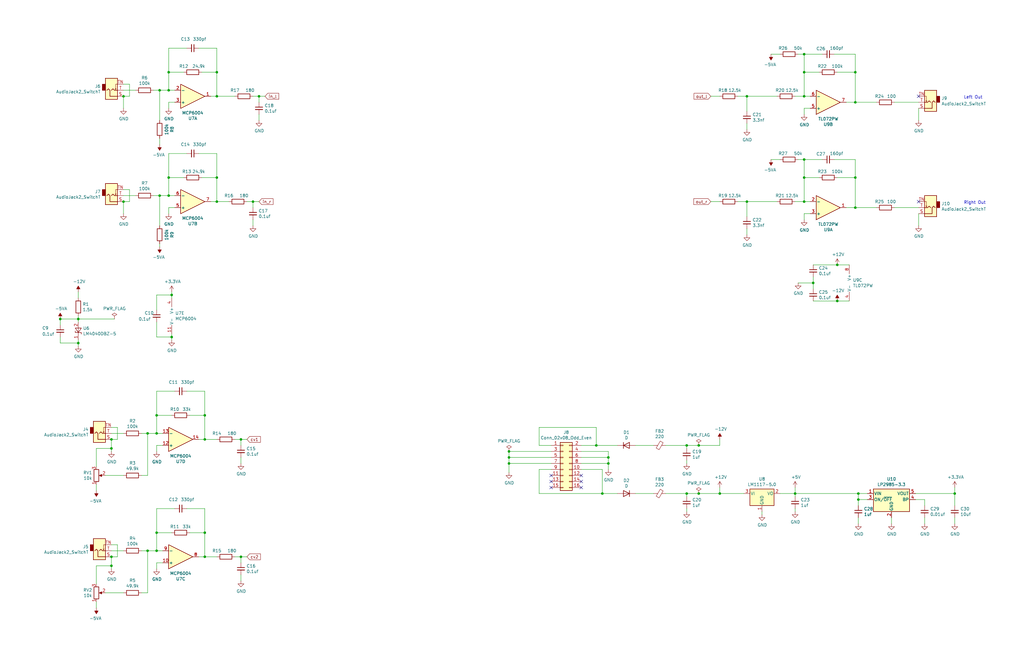
<source format=kicad_sch>
(kicad_sch (version 20231120) (generator "eeschema") (generator_version "8.0")
  (paper "B")
  (title_block (title "up5k Oscillator Euro ") (date "2021-03-27") (rev "-"))
  (lib_symbols
    (symbol "Amplifier_Operational:MCP6004" (pin_names (offset 0.127))
      (property "Reference" "U" (at 0 5.08 0))
      (property "Value" "MCP6004" (at 0 -5.08 0))
      (symbol "MCP6004_1_1"
        (pin output line (at 7.62 0 180) (length 2.54) (name "~") (number "1"))
        (pin input line (at -7.62 -2.54 0) (length 2.54) (name "-") (number "2"))
        (pin input line (at -7.62 2.54 0) (length 2.54) (name "+") (number "3"))
      )
      (symbol "MCP6004_2_1"
        (pin input line (at -7.62 2.54 0) (length 2.54) (name "+") (number "5"))
        (pin input line (at -7.62 -2.54 0) (length 2.54) (name "-") (number "6"))
        (pin output line (at 7.62 0 180) (length 2.54) (name "~") (number "7"))
      )
      (symbol "MCP6004_3_1"
        (pin input line (at -7.62 2.54 0) (length 2.54) (name "+") (number "10"))
        (pin output line (at 7.62 0 180) (length 2.54) (name "~") (number "8"))
        (pin input line (at -7.62 -2.54 0) (length 2.54) (name "-") (number "9"))
      )
      (symbol "MCP6004_4_1"
        (pin input line (at -7.62 2.54 0) (length 2.54) (name "+") (number "12"))
        (pin input line (at -7.62 -2.54 0) (length 2.54) (name "-") (number "13"))
        (pin output line (at 7.62 0 180) (length 2.54) (name "~") (number "14"))
      )
      (symbol "MCP6004_5_1"
        (pin power_in line (at -2.54 -7.62 90) (length 3.81) (name "V-") (number "11"))
        (pin power_in line (at -2.54 7.62 270) (length 3.81) (name "V+") (number "4"))
      )
    )
    (symbol "Amplifier_Operational:TL082" (pin_names (offset 0.127))
      (property "Reference" "U" (at 0 5.08 0))
      (property "Value" "TL082" (at 0 -5.08 0))
      (symbol "TL082_1_1"
        (pin output line (at 7.62 0 180) (length 2.54) (name "~") (number "1"))
        (pin input line (at -7.62 -2.54 0) (length 2.54) (name "-") (number "2"))
        (pin input line (at -7.62 2.54 0) (length 2.54) (name "+") (number "3"))
      )
      (symbol "TL082_2_1"
        (pin input line (at -7.62 2.54 0) (length 2.54) (name "+") (number "5"))
        (pin input line (at -7.62 -2.54 0) (length 2.54) (name "-") (number "6"))
        (pin output line (at 7.62 0 180) (length 2.54) (name "~") (number "7"))
      )
      (symbol "TL082_3_1"
        (pin power_in line (at -2.54 -7.62 90) (length 3.81) (name "V-") (number "4"))
        (pin power_in line (at -2.54 7.62 270) (length 3.81) (name "V+") (number "8"))
      )
    )
    (symbol "Connector:AudioJack2_SwitchT"
      (property "Reference" "J" (at 0 8.89 0))
      (property "Value" "AudioJack2_SwitchT" (at 0 6.35 0))
      (symbol "AudioJack2_SwitchT_1_1"
        (pin passive line (at 5.08 2.54 180) (length 2.54) (name "~") (number "S"))
        (pin passive line (at 5.08 0 180) (length 2.54) (name "~") (number "T"))
        (pin passive line (at 5.08 -2.54 180) (length 2.54) (name "~") (number "TN"))
      )
    )
    (symbol "Connector_Generic:Conn_02x08_Odd_Even" (pin_names (offset 1.016) hide)
      (property "Reference" "J" (at 1.27 10.16 0))
      (property "Value" "Conn_02x08_Odd_Even" (at 1.27 -12.7 0))
      (symbol "Conn_02x08_Odd_Even_1_1"
        (pin passive line (at -5.08 7.62 0) (length 3.81) (name "Pin_1") (number "1"))
        (pin passive line (at 7.62 -2.54 180) (length 3.81) (name "Pin_10") (number "10"))
        (pin passive line (at -5.08 -5.08 0) (length 3.81) (name "Pin_11") (number "11"))
        (pin passive line (at 7.62 -5.08 180) (length 3.81) (name "Pin_12") (number "12"))
        (pin passive line (at -5.08 -7.62 0) (length 3.81) (name "Pin_13") (number "13"))
        (pin passive line (at 7.62 -7.62 180) (length 3.81) (name "Pin_14") (number "14"))
        (pin passive line (at -5.08 -10.16 0) (length 3.81) (name "Pin_15") (number "15"))
        (pin passive line (at 7.62 -10.16 180) (length 3.81) (name "Pin_16") (number "16"))
        (pin passive line (at 7.62 7.62 180) (length 3.81) (name "Pin_2") (number "2"))
        (pin passive line (at -5.08 5.08 0) (length 3.81) (name "Pin_3") (number "3"))
        (pin passive line (at 7.62 5.08 180) (length 3.81) (name "Pin_4") (number "4"))
        (pin passive line (at -5.08 2.54 0) (length 3.81) (name "Pin_5") (number "5"))
        (pin passive line (at 7.62 2.54 180) (length 3.81) (name "Pin_6") (number "6"))
        (pin passive line (at -5.08 0 0) (length 3.81) (name "Pin_7") (number "7"))
        (pin passive line (at 7.62 0 180) (length 3.81) (name "Pin_8") (number "8"))
        (pin passive line (at -5.08 -2.54 0) (length 3.81) (name "Pin_9") (number "9"))
      )
    )
    (symbol "Device:C_Small" (pin_numbers hide) (pin_names (offset 0.254) hide)
      (property "Reference" "C" (at 0.254 1.778 0))
      (property "Value" "C_Small" (at 0.254 -2.032 0))
      (symbol "C_Small_1_1"
        (pin passive line (at 0 2.54 270) (length 2.032) (name "~") (number "1"))
        (pin passive line (at 0 -2.54 90) (length 2.032) (name "~") (number "2"))
      )
    )
    (symbol "Device:D" (pin_numbers hide) (pin_names (offset 1.016) hide)
      (property "Reference" "D" (at 0 2.54 0))
      (property "Value" "D" (at 0 -2.54 0))
      (symbol "D_1_1"
        (pin passive line (at -3.81 0 0) (length 2.54) (name "K") (number "1"))
        (pin passive line (at 3.81 0 180) (length 2.54) (name "A") (number "2"))
      )
    )
    (symbol "Device:R" (pin_numbers hide) (pin_names (offset 0))
      (property "Reference" "R" (at 2.032 0 90))
      (property "Value" "R" (at 0 0 90))
      (symbol "R_1_1"
        (pin passive line (at 0 3.81 270) (length 1.27) (name "~") (number "1"))
        (pin passive line (at 0 -3.81 90) (length 1.27) (name "~") (number "2"))
      )
    )
    (symbol "Reference_Voltage:LM4040DBZ-5" (pin_names (offset 0.0254) hide)
      (property "Reference" "U" (at 0 2.54 0))
      (property "Value" "LM4040DBZ-5" (at 0 -3.175 0))
      (symbol "LM4040DBZ-5_1_1"
        (pin passive line (at 3.81 0 180) (length 2.54) (name "K") (number "1"))
        (pin passive line (at -3.81 0 0) (length 2.54) (name "A") (number "2"))
      )
    )
    (symbol "Regulator_Linear:LM1117-5.0" (pin_names (offset 0.254))
      (property "Reference" "U" (at -3.81 3.175 0))
      (property "Value" "LM1117-5.0" (at 0 3.175 0))
      (symbol "LM1117-5.0_1_1"
        (pin power_in line (at 0 -7.62 90) (length 2.54) (name "GND") (number "1"))
        (pin power_out line (at 7.62 0 180) (length 2.54) (name "VO") (number "2"))
        (pin power_in line (at -7.62 0 0) (length 2.54) (name "VI") (number "3"))
      )
    )
    (symbol "Regulator_Linear:LP2985-3.3" (pin_names (offset 0.254))
      (property "Reference" "U" (at -6.35 5.715 0))
      (property "Value" "LP2985-3.3" (at 0 5.715 0))
      (symbol "LP2985-3.3_1_1"
        (pin power_in line (at -10.16 2.54 0) (length 2.54) (name "VIN") (number "1"))
        (pin power_in line (at 0 -7.62 90) (length 2.54) (name "GND") (number "2"))
        (pin input line (at -10.16 0 0) (length 2.54) (name "ON/~{OFF}") (number "3"))
        (pin input line (at 10.16 0 180) (length 2.54) (name "BP") (number "4"))
        (pin power_out line (at 10.16 2.54 180) (length 2.54) (name "VOUT") (number "5"))
      )
    )
    (symbol "g081_audio-rescue:Ferrite_Bead_Small-Device" (pin_numbers hide) (pin_names (offset 0))
      (property "Reference" "FB" (at 1.905 1.27 0))
      (property "Value" "Ferrite_Bead_Small-Device" (at 1.905 -1.27 0))
      (symbol "Ferrite_Bead_Small-Device_1_1"
        (pin passive line (at 0 2.54 270) (length 1.27) (name "~") (number "1"))
        (pin passive line (at 0 -2.54 90) (length 1.27) (name "~") (number "2"))
      )
    )
    (symbol "g081_audio-rescue:R_POT-Device" (pin_names (offset 1.016) hide)
      (property "Reference" "RV" (at -4.445 0 90))
      (property "Value" "R_POT-Device" (at -2.54 0 90))
      (symbol "R_POT-Device_1_1"
        (pin passive line (at 0 3.81 270) (length 1.27) (name "1") (number "1"))
        (pin passive line (at 3.81 0 180) (length 1.27) (name "2") (number "2"))
        (pin passive line (at 0 -3.81 90) (length 1.27) (name "3") (number "3"))
      )
    )
    (symbol "power:+12V" (power) (pin_names (offset 0))
      (property "Value" "+12V" (at 0 3.556 0))
      (symbol "+12V_1_1"
        (pin power_in line (at 0 0 90) (length 0) hide (name "+12V") (number "1"))
      )
    )
    (symbol "power:+3.3VA" (power) (pin_names (offset 0))
      (property "Value" "+3.3VA" (at 0 3.556 0))
      (symbol "+3.3VA_1_1"
        (pin power_in line (at 0 0 90) (length 0) hide (name "+3.3VA") (number "1"))
      )
    )
    (symbol "power:+5V" (power) (pin_names (offset 0))
      (property "Value" "+5V" (at 0 3.556 0))
      (symbol "+5V_1_1"
        (pin power_in line (at 0 0 90) (length 0) hide (name "+5V") (number "1"))
      )
    )
    (symbol "power:-12V" (power) (pin_names (offset 0))
      (property "Value" "-12V" (at 0 3.81 0))
      (symbol "-12V_0_0"
        (pin power_in line (at 0 0 90) (length 0) hide (name "-12V") (number "1"))
      )
    )
    (symbol "power:-5VA" (power) (pin_names (offset 0))
      (property "Value" "-5VA" (at 0 3.81 0))
      (symbol "-5VA_0_0"
        (pin power_in line (at 0 0 90) (length 0) hide (name "-5VA") (number "1"))
      )
    )
    (symbol "power:GND" (power) (pin_names (offset 0))
      (property "Value" "GND" (at 0 -3.81 0))
      (symbol "GND_1_1"
        (pin power_in line (at 0 0 270) (length 0) hide (name "GND") (number "1"))
      )
    )
    (symbol "power:PWR_FLAG" (power) (pin_numbers hide) (pin_names (offset 0) hide)
      (property "Value" "PWR_FLAG" (at 0 3.81 0))
      (symbol "PWR_FLAG_0_0"
        (pin power_out line (at 0 0 90) (length 0) (name "pwr") (number "1"))
      )
    )
  )
  (junction (at 353.06 111.76))
  (junction (at 62.23 232.41))
  (junction (at 342.9 119.38))
  (junction (at 71.12 74.93))
  (junction (at 214.63 190.5))
  (junction (at 46.99 234.95))
  (junction (at 402.59 208.28))
  (junction (at 66.04 224.79))
  (junction (at 52.07 40.64))
  (junction (at 339.09 85.09))
  (junction (at 101.6 234.95))
  (junction (at 71.12 30.48))
  (junction (at 339.09 67.31))
  (junction (at 62.23 182.88))
  (junction (at 256.54 195.58))
  (junction (at 33.02 134.62))
  (junction (at 314.96 40.64))
  (junction (at 66.04 232.41))
  (junction (at 360.68 43.18))
  (junction (at 360.68 87.63))
  (junction (at 314.96 85.09))
  (junction (at 46.99 189.23))
  (junction (at 294.64 208.28))
  (junction (at 86.36 224.79))
  (junction (at 86.36 234.95))
  (junction (at 251.46 187.96))
  (junction (at 361.95 210.82))
  (junction (at 86.36 175.26))
  (junction (at 256.54 193.04))
  (junction (at 86.36 185.42))
  (junction (at 109.22 40.64))
  (junction (at 66.04 182.88))
  (junction (at 91.44 74.93))
  (junction (at 339.09 74.93))
  (junction (at 353.06 127))
  (junction (at 33.02 144.78))
  (junction (at 360.68 74.93))
  (junction (at 67.31 38.1))
  (junction (at 214.63 193.04))
  (junction (at 91.44 85.09))
  (junction (at 289.56 187.96))
  (junction (at 339.09 30.48))
  (junction (at 71.12 82.55))
  (junction (at 294.64 187.96))
  (junction (at 106.68 85.09))
  (junction (at 289.56 208.28))
  (junction (at 72.39 142.24))
  (junction (at 214.63 195.58))
  (junction (at 91.44 30.48))
  (junction (at 303.53 208.28))
  (junction (at 361.95 208.28))
  (junction (at 46.99 238.76))
  (junction (at 72.39 124.46))
  (junction (at 71.12 38.1))
  (junction (at 360.68 30.48))
  (junction (at 66.04 175.26))
  (junction (at 335.28 208.28))
  (junction (at 339.09 22.86))
  (junction (at 91.44 40.64))
  (junction (at 67.31 82.55))
  (junction (at 52.07 85.09))
  (junction (at 25.4 134.62))
  (junction (at 254 208.28))
  (junction (at 46.99 185.42))
  (junction (at 339.09 40.64))
  (junction (at 101.6 185.42))
  (no_connect (at 245.11 203.2))
  (no_connect (at 387.35 40.64))
  (no_connect (at 387.35 85.09))
  (no_connect (at 232.41 200.66))
  (no_connect (at 245.11 200.66))
  (no_connect (at 232.41 203.2))
  (no_connect (at 232.41 205.74))
  (no_connect (at 245.11 205.74))
  (wire (pts (xy 339.09 45.72) (xy 341.63 45.72)))
  (wire (pts (xy 361.95 208.28) (xy 365.76 208.28)))
  (wire (pts (xy 214.63 195.58) (xy 214.63 199.39)))
  (wire (pts (xy 44.45 250.19) (xy 52.07 250.19)))
  (wire (pts (xy 289.56 215.9) (xy 289.56 214.63)))
  (wire (pts (xy 335.28 214.63) (xy 335.28 215.9)))
  (wire (pts (xy 303.53 208.28) (xy 313.69 208.28)))
  (wire (pts (xy 311.15 40.64) (xy 314.96 40.64)))
  (wire (pts (xy 33.02 125.73) (xy 33.02 123.19)))
  (wire (pts (xy 64.77 38.1) (xy 67.31 38.1)))
  (wire (pts (xy 360.68 87.63) (xy 356.87 87.63)))
  (wire (pts (xy 68.58 237.49) (xy 66.04 237.49)))
  (wire (pts (xy 232.41 195.58) (xy 214.63 195.58)))
  (wire (pts (xy 335.28 208.28) (xy 335.28 205.74)))
  (wire (pts (xy 101.6 185.42) (xy 101.6 187.96)))
  (wire (pts (xy 303.53 208.28) (xy 303.53 205.74)))
  (wire (pts (xy 46.99 234.95) (xy 46.99 238.76)))
  (wire (pts (xy 25.4 142.24) (xy 25.4 144.78)))
  (wire (pts (xy 40.64 238.76) (xy 40.64 246.38)))
  (wire (pts (xy 33.02 134.62) (xy 33.02 133.35)))
  (wire (pts (xy 67.31 38.1) (xy 71.12 38.1)))
  (wire (pts (xy 83.82 64.77) (xy 91.44 64.77)))
  (wire (pts (xy 91.44 20.32) (xy 91.44 30.48)))
  (wire (pts (xy 245.11 195.58) (xy 256.54 195.58)))
  (wire (pts (xy 106.68 85.09) (xy 106.68 87.63)))
  (wire (pts (xy 254 208.28) (xy 254 198.12)))
  (wire (pts (xy 80.01 224.79) (xy 86.36 224.79)))
  (wire (pts (xy 71.12 74.93) (xy 71.12 82.55)))
  (wire (pts (xy 227.33 180.34) (xy 251.46 180.34)))
  (wire (pts (xy 85.09 74.93) (xy 91.44 74.93)))
  (wire (pts (xy 86.36 214.63) (xy 86.36 224.79)))
  (wire (pts (xy 67.31 95.25) (xy 67.31 82.55)))
  (wire (pts (xy 299.72 40.64) (xy 303.53 40.64)))
  (wire (pts (xy 335.28 208.28) (xy 335.28 209.55)))
  (wire (pts (xy 80.01 175.26) (xy 86.36 175.26)))
  (wire (pts (xy 101.6 185.42) (xy 104.14 185.42)))
  (wire (pts (xy 328.93 67.31) (xy 325.12 67.31)))
  (wire (pts (xy 314.96 96.52) (xy 314.96 99.06)))
  (wire (pts (xy 49.53 234.95) (xy 46.99 234.95)))
  (wire (pts (xy 402.59 218.44) (xy 402.59 220.98)))
  (wire (pts (xy 377.19 43.18) (xy 387.35 43.18)))
  (wire (pts (xy 52.07 80.01) (xy 54.61 80.01)))
  (wire (pts (xy 232.41 198.12) (xy 227.33 198.12)))
  (wire (pts (xy 77.47 30.48) (xy 71.12 30.48)))
  (wire (pts (xy 78.74 20.32) (xy 71.12 20.32)))
  (wire (pts (xy 62.23 232.41) (xy 66.04 232.41)))
  (wire (pts (xy 49.53 229.87) (xy 49.53 234.95)))
  (wire (pts (xy 86.36 234.95) (xy 91.44 234.95)))
  (wire (pts (xy 59.69 182.88) (xy 62.23 182.88)))
  (wire (pts (xy 289.56 187.96) (xy 294.64 187.96)))
  (wire (pts (xy 389.89 210.82) (xy 389.89 213.36)))
  (wire (pts (xy 66.04 232.41) (xy 68.58 232.41)))
  (wire (pts (xy 339.09 90.17) (xy 341.63 90.17)))
  (wire (pts (xy 71.12 64.77) (xy 71.12 74.93)))
  (wire (pts (xy 360.68 22.86) (xy 360.68 30.48)))
  (wire (pts (xy 78.74 214.63) (xy 86.36 214.63)))
  (wire (pts (xy 54.61 85.09) (xy 52.07 85.09)))
  (wire (pts (xy 104.14 85.09) (xy 106.68 85.09)))
  (wire (pts (xy 66.04 214.63) (xy 66.04 224.79)))
  (wire (pts (xy 289.56 194.31) (xy 289.56 195.58)))
  (wire (pts (xy 72.39 142.24) (xy 72.39 140.97)))
  (wire (pts (xy 351.79 67.31) (xy 360.68 67.31)))
  (wire (pts (xy 91.44 85.09) (xy 96.52 85.09)))
  (wire (pts (xy 314.96 52.07) (xy 314.96 54.61)))
  (wire (pts (xy 46.99 185.42) (xy 46.99 189.23)))
  (wire (pts (xy 375.92 220.98) (xy 375.92 218.44)))
  (wire (pts (xy 346.71 67.31) (xy 339.09 67.31)))
  (wire (pts (xy 71.12 87.63) (xy 71.12 90.17)))
  (wire (pts (xy 91.44 30.48) (xy 91.44 40.64)))
  (wire (pts (xy 339.09 22.86) (xy 336.55 22.86)))
  (wire (pts (xy 46.99 232.41) (xy 52.07 232.41)))
  (wire (pts (xy 387.35 45.72) (xy 387.35 50.8)))
  (wire (pts (xy 66.04 224.79) (xy 66.04 232.41)))
  (wire (pts (xy 360.68 43.18) (xy 356.87 43.18)))
  (wire (pts (xy 377.19 87.63) (xy 387.35 87.63)))
  (wire (pts (xy 251.46 187.96) (xy 245.11 187.96)))
  (wire (pts (xy 25.4 137.16) (xy 25.4 134.62)))
  (wire (pts (xy 66.04 124.46) (xy 66.04 130.81)))
  (wire (pts (xy 72.39 224.79) (xy 66.04 224.79)))
  (wire (pts (xy 46.99 182.88) (xy 52.07 182.88)))
  (wire (pts (xy 106.68 95.25) (xy 106.68 92.71)))
  (wire (pts (xy 353.06 111.76) (xy 342.9 111.76)))
  (wire (pts (xy 245.11 193.04) (xy 256.54 193.04)))
  (wire (pts (xy 353.06 74.93) (xy 360.68 74.93)))
  (wire (pts (xy 86.36 185.42) (xy 91.44 185.42)))
  (wire (pts (xy 83.82 20.32) (xy 91.44 20.32)))
  (wire (pts (xy 245.11 198.12) (xy 254 198.12)))
  (wire (pts (xy 327.66 85.09) (xy 314.96 85.09)))
  (wire (pts (xy 294.64 187.96) (xy 303.53 187.96)))
  (wire (pts (xy 52.07 82.55) (xy 57.15 82.55)))
  (wire (pts (xy 66.04 142.24) (xy 66.04 135.89)))
  (wire (pts (xy 91.44 85.09) (xy 88.9 85.09)))
  (wire (pts (xy 351.79 22.86) (xy 360.68 22.86)))
  (wire (pts (xy 335.28 85.09) (xy 339.09 85.09)))
  (wire (pts (xy 54.61 40.64) (xy 52.07 40.64)))
  (wire (pts (xy 365.76 210.82) (xy 361.95 210.82)))
  (wire (pts (xy 46.99 238.76) (xy 46.99 240.03)))
  (wire (pts (xy 62.23 182.88) (xy 66.04 182.88)))
  (wire (pts (xy 314.96 40.64) (xy 314.96 46.99)))
  (wire (pts (xy 335.28 40.64) (xy 339.09 40.64)))
  (wire (pts (xy 360.68 87.63) (xy 369.57 87.63)))
  (wire (pts (xy 40.64 254) (xy 40.64 256.54)))
  (wire (pts (xy 59.69 250.19) (xy 62.23 250.19)))
  (wire (pts (xy 33.02 144.78) (xy 33.02 143.51)))
  (wire (pts (xy 251.46 180.34) (xy 251.46 187.96)))
  (wire (pts (xy 214.63 190.5) (xy 214.63 193.04)))
  (wire (pts (xy 251.46 187.96) (xy 260.35 187.96)))
  (wire (pts (xy 328.93 22.86) (xy 325.12 22.86)))
  (wire (pts (xy 227.33 208.28) (xy 254 208.28)))
  (wire (pts (xy 361.95 210.82) (xy 361.95 208.28)))
  (wire (pts (xy 85.09 30.48) (xy 91.44 30.48)))
  (wire (pts (xy 99.06 185.42) (xy 101.6 185.42)))
  (wire (pts (xy 256.54 190.5) (xy 256.54 193.04)))
  (wire (pts (xy 46.99 180.34) (xy 49.53 180.34)))
  (wire (pts (xy 99.06 234.95) (xy 101.6 234.95)))
  (wire (pts (xy 40.64 189.23) (xy 40.64 196.85)))
  (wire (pts (xy 71.12 38.1) (xy 73.66 38.1)))
  (wire (pts (xy 72.39 142.24) (xy 66.04 142.24)))
  (wire (pts (xy 260.35 208.28) (xy 254 208.28)))
  (wire (pts (xy 101.6 234.95) (xy 101.6 237.49)))
  (wire (pts (xy 360.68 30.48) (xy 360.68 43.18)))
  (wire (pts (xy 46.99 189.23) (xy 46.99 190.5)))
  (wire (pts (xy 71.12 43.18) (xy 71.12 45.72)))
  (wire (pts (xy 328.93 208.28) (xy 335.28 208.28)))
  (wire (pts (xy 67.31 50.8) (xy 67.31 38.1)))
  (wire (pts (xy 72.39 123.19) (xy 72.39 124.46)))
  (wire (pts (xy 71.12 20.32) (xy 71.12 30.48)))
  (wire (pts (xy 311.15 85.09) (xy 314.96 85.09)))
  (wire (pts (xy 327.66 40.64) (xy 314.96 40.64)))
  (wire (pts (xy 386.08 210.82) (xy 389.89 210.82)))
  (wire (pts (xy 78.74 165.1) (xy 86.36 165.1)))
  (wire (pts (xy 46.99 238.76) (xy 40.64 238.76)))
  (wire (pts (xy 44.45 200.66) (xy 52.07 200.66)))
  (wire (pts (xy 346.71 22.86) (xy 339.09 22.86)))
  (wire (pts (xy 71.12 30.48) (xy 71.12 38.1)))
  (wire (pts (xy 227.33 187.96) (xy 227.33 180.34)))
  (wire (pts (xy 86.36 165.1) (xy 86.36 175.26)))
  (wire (pts (xy 40.64 204.47) (xy 40.64 207.01)))
  (wire (pts (xy 62.23 200.66) (xy 62.23 182.88)))
  (wire (pts (xy 77.47 74.93) (xy 71.12 74.93)))
  (wire (pts (xy 280.67 208.28) (xy 289.56 208.28)))
  (wire (pts (xy 109.22 40.64) (xy 111.76 40.64)))
  (wire (pts (xy 86.36 224.79) (xy 86.36 234.95)))
  (wire (pts (xy 49.53 180.34) (xy 49.53 185.42)))
  (wire (pts (xy 66.04 182.88) (xy 68.58 182.88)))
  (wire (pts (xy 86.36 185.42) (xy 83.82 185.42)))
  (wire (pts (xy 339.09 67.31) (xy 339.09 74.93)))
  (wire (pts (xy 339.09 85.09) (xy 341.63 85.09)))
  (wire (pts (xy 402.59 208.28) (xy 402.59 213.36)))
  (wire (pts (xy 73.66 43.18) (xy 71.12 43.18)))
  (wire (pts (xy 289.56 208.28) (xy 294.64 208.28)))
  (wire (pts (xy 335.28 208.28) (xy 361.95 208.28)))
  (wire (pts (xy 62.23 250.19) (xy 62.23 232.41)))
  (wire (pts (xy 66.04 187.96) (xy 66.04 190.5)))
  (wire (pts (xy 72.39 143.51) (xy 72.39 142.24)))
  (wire (pts (xy 72.39 124.46) (xy 72.39 125.73)))
  (wire (pts (xy 86.36 175.26) (xy 86.36 185.42)))
  (wire (pts (xy 71.12 82.55) (xy 73.66 82.55)))
  (wire (pts (xy 73.66 87.63) (xy 71.12 87.63)))
  (wire (pts (xy 361.95 220.98) (xy 361.95 218.44)))
  (wire (pts (xy 345.44 30.48) (xy 339.09 30.48)))
  (wire (pts (xy 339.09 30.48) (xy 339.09 40.64)))
  (wire (pts (xy 342.9 116.84) (xy 342.9 119.38)))
  (wire (pts (xy 321.31 215.9) (xy 321.31 217.17)))
  (wire (pts (xy 353.06 30.48) (xy 360.68 30.48)))
  (wire (pts (xy 402.59 205.74) (xy 402.59 208.28)))
  (wire (pts (xy 59.69 200.66) (xy 62.23 200.66)))
  (wire (pts (xy 101.6 234.95) (xy 104.14 234.95)))
  (wire (pts (xy 245.11 190.5) (xy 256.54 190.5)))
  (wire (pts (xy 72.39 175.26) (xy 66.04 175.26)))
  (wire (pts (xy 339.09 22.86) (xy 339.09 30.48)))
  (wire (pts (xy 353.06 127) (xy 358.14 127)))
  (wire (pts (xy 303.53 187.96) (xy 303.53 185.42)))
  (wire (pts (xy 66.04 237.49) (xy 66.04 240.03)))
  (wire (pts (xy 339.09 90.17) (xy 339.09 92.71)))
  (wire (pts (xy 106.68 85.09) (xy 109.22 85.09)))
  (wire (pts (xy 389.89 218.44) (xy 389.89 220.98)))
  (wire (pts (xy 68.58 187.96) (xy 66.04 187.96)))
  (wire (pts (xy 52.07 35.56) (xy 54.61 35.56)))
  (wire (pts (xy 299.72 85.09) (xy 303.53 85.09)))
  (wire (pts (xy 214.63 193.04) (xy 214.63 195.58)))
  (wire (pts (xy 232.41 193.04) (xy 214.63 193.04)))
  (wire (pts (xy 67.31 82.55) (xy 71.12 82.55)))
  (wire (pts (xy 360.68 43.18) (xy 369.57 43.18)))
  (wire (pts (xy 73.66 214.63) (xy 66.04 214.63)))
  (wire (pts (xy 86.36 234.95) (xy 83.82 234.95)))
  (wire (pts (xy 78.74 64.77) (xy 71.12 64.77)))
  (wire (pts (xy 109.22 50.8) (xy 109.22 48.26)))
  (wire (pts (xy 91.44 40.64) (xy 99.06 40.64)))
  (wire (pts (xy 33.02 146.05) (xy 33.02 144.78)))
  (wire (pts (xy 358.14 111.76) (xy 353.06 111.76)))
  (wire (pts (xy 339.09 40.64) (xy 341.63 40.64)))
  (wire (pts (xy 49.53 185.42) (xy 46.99 185.42)))
  (wire (pts (xy 360.68 67.31) (xy 360.68 74.93)))
  (wire (pts (xy 360.68 74.93) (xy 360.68 87.63)))
  (wire (pts (xy 342.9 119.38) (xy 342.9 121.92)))
  (wire (pts (xy 59.69 232.41) (xy 62.23 232.41)))
  (wire (pts (xy 106.68 40.64) (xy 109.22 40.64)))
  (wire (pts (xy 72.39 124.46) (xy 66.04 124.46)))
  (wire (pts (xy 339.09 74.93) (xy 339.09 85.09)))
  (wire (pts (xy 91.44 64.77) (xy 91.44 74.93)))
  (wire (pts (xy 314.96 85.09) (xy 314.96 91.44)))
  (wire (pts (xy 256.54 193.04) (xy 256.54 195.58)))
  (wire (pts (xy 342.9 119.38) (xy 336.55 119.38)))
  (wire (pts (xy 101.6 245.11) (xy 101.6 242.57)))
  (wire (pts (xy 25.4 134.62) (xy 33.02 134.62)))
  (wire (pts (xy 91.44 74.93) (xy 91.44 85.09)))
  (wire (pts (xy 91.44 40.64) (xy 88.9 40.64)))
  (wire (pts (xy 33.02 135.89) (xy 33.02 134.62)))
  (wire (pts (xy 232.41 187.96) (xy 227.33 187.96)))
  (wire (pts (xy 73.66 165.1) (xy 66.04 165.1)))
  (wire (pts (xy 387.35 90.17) (xy 387.35 95.25)))
  (wire (pts (xy 256.54 195.58) (xy 256.54 198.12)))
  (wire (pts (xy 54.61 80.01) (xy 54.61 85.09)))
  (wire (pts (xy 52.07 40.64) (xy 52.07 45.72)))
  (wire (pts (xy 336.55 67.31) (xy 339.09 67.31)))
  (wire (pts (xy 52.07 38.1) (xy 57.15 38.1)))
  (wire (pts (xy 339.09 45.72) (xy 339.09 48.26)))
  (wire (pts (xy 267.97 187.96) (xy 275.59 187.96)))
  (wire (pts (xy 46.99 189.23) (xy 40.64 189.23)))
  (wire (pts (xy 52.07 85.09) (xy 52.07 90.17)))
  (wire (pts (xy 33.02 134.62) (xy 48.26 134.62)))
  (wire (pts (xy 345.44 74.93) (xy 339.09 74.93)))
  (wire (pts (xy 267.97 208.28) (xy 275.59 208.28)))
  (wire (pts (xy 361.95 213.36) (xy 361.95 210.82)))
  (wire (pts (xy 54.61 35.56) (xy 54.61 40.64)))
  (wire (pts (xy 67.31 104.14) (xy 67.31 102.87)))
  (wire (pts (xy 232.41 190.5) (xy 214.63 190.5)))
  (wire (pts (xy 289.56 187.96) (xy 289.56 189.23)))
  (wire (pts (xy 289.56 208.28) (xy 289.56 209.55)))
  (wire (pts (xy 101.6 195.58) (xy 101.6 193.04)))
  (wire (pts (xy 227.33 198.12) (xy 227.33 208.28)))
  (wire (pts (xy 109.22 40.64) (xy 109.22 43.18)))
  (wire (pts (xy 280.67 187.96) (xy 289.56 187.96)))
  (wire (pts (xy 386.08 208.28) (xy 402.59 208.28)))
  (wire (pts (xy 46.99 229.87) (xy 49.53 229.87)))
  (wire (pts (xy 25.4 144.78) (xy 33.02 144.78)))
  (wire (pts (xy 294.64 208.28) (xy 303.53 208.28)))
  (wire (pts (xy 342.9 127) (xy 353.06 127)))
  (wire (pts (xy 66.04 175.26) (xy 66.04 182.88)))
  (wire (pts (xy 67.31 60.96) (xy 67.31 58.42)))
  (wire (pts (xy 66.04 165.1) (xy 66.04 175.26)))
  (wire (pts (xy 64.77 82.55) (xy 67.31 82.55)))
  (text "Left Out" (at 406.4 41.91 0) (effects (font (size 1.27 1.27)) (justify left bottom)))
  (text "Right Out" (at 406.4 86.36 0) (effects (font (size 1.27 1.27)) (justify left bottom)))
  (global_label "in_l" (shape input) (at 111.76 40.64 0) (property "Intersheetrefs" "${INTERSHEET_REFS}" (effects (hide yes))))
  (global_label "cv2" (shape input) (at 104.14 234.95 0) (property "Intersheetrefs" "${INTERSHEET_REFS}" (effects (hide yes))))
  (global_label "in_r" (shape input) (at 109.22 85.09 0) (property "Intersheetrefs" "${INTERSHEET_REFS}" (effects (hide yes))))
  (global_label "cv1" (shape input) (at 104.14 185.42 0) (property "Intersheetrefs" "${INTERSHEET_REFS}" (effects (hide yes))))
  (global_label "out_l" (shape input) (at 299.72 40.64 180) (property "Intersheetrefs" "${INTERSHEET_REFS}" (effects (hide yes))))
  (global_label "out_r" (shape input) (at 299.72 85.09 180) (property "Intersheetrefs" "${INTERSHEET_REFS}" (effects (hide yes))))
  (symbol (lib_id "Regulator_Linear:LP2985-3.3") (at 375.92 210.82 0) (unit 1)
    (property "Reference" "U10" (at 375.92 202.1332 0))
    (property "Value" "LP2985-3.3" (at 375.92 204.4446 0))
    (property "Footprint" "Package_TO_SOT_SMD:SOT-23-5" (effects (hide yes)))
    (property "Datasheet" "http://www.ti.com/lit/ds/symlink/lp2985.pdf" (effects (hide yes)))
  )
  (symbol (lib_id "power:GND") (at 375.92 220.98 0) (unit 1)
    (property "Reference" "#PWR0132" (effects (hide yes)))
    (property "Value" "GND" (at 376.047 225.3742 0))
  )
  (symbol (lib_id "power:GND") (at 361.95 220.98 0) (unit 1)
    (property "Reference" "#PWR0133" (effects (hide yes)))
    (property "Value" "GND" (at 362.077 225.3742 0))
  )
  (symbol (lib_id "power:GND") (at 389.89 220.98 0) (unit 1)
    (property "Reference" "#PWR0134" (effects (hide yes)))
    (property "Value" "GND" (at 390.017 225.3742 0))
  )
  (symbol (lib_id "power:GND") (at 402.59 220.98 0) (unit 1)
    (property "Reference" "#PWR0135" (effects (hide yes)))
    (property "Value" "GND" (at 402.717 225.3742 0))
  )
  (symbol (lib_id "Device:C_Small") (at 389.89 215.9 0) (unit 1)
    (property "Reference" "C29" (at 392.2268 214.7316 0) (effects (justify left)))
    (property "Value" "0.01uf" (at 392.2268 217.043 0) (effects (justify left)))
    (property "Footprint" "Capacitors_SMD:C_0603" (effects (hide yes)))
  )
  (symbol (lib_id "Device:C_Small") (at 402.59 215.9 0) (unit 1)
    (property "Reference" "C30" (at 404.9268 214.7316 0) (effects (justify left)))
    (property "Value" "10uf" (at 404.9268 217.043 0) (effects (justify left)))
    (property "Footprint" "Capacitors_SMD:C_0805" (effects (hide yes)))
  )
  (symbol (lib_id "Device:C_Small") (at 361.95 215.9 0) (unit 1)
    (property "Reference" "C28" (at 364.2868 214.7316 0) (effects (justify left)))
    (property "Value" "1uf" (at 364.2868 217.043 0) (effects (justify left)))
    (property "Footprint" "Capacitors_SMD:C_0603" (effects (hide yes)))
  )
  (symbol (lib_id "power:+3.3VA") (at 402.59 205.74 0) (unit 1)
    (property "Reference" "#PWR0136" (effects (hide yes)))
    (property "Value" "+3.3VA" (at 402.971 201.3458 0))
  )
  (symbol (lib_id "Connector:AudioJack2_SwitchT") (at 392.43 43.18 180) (unit 1)
    (property "Reference" "J9" (at 397.002 41.4782 0) (effects (justify right)))
    (property "Value" "AudioJack2_SwitchT" (at 397.002 43.7896 0) (effects (justify right)))
    (property "Footprint" "footprints:Jack_3.5mm_QingPu_WQP-PJ398SM_Vertical_CircularHoles" (effects (hide yes)))
  )
  (symbol (lib_id "Connector:AudioJack2_SwitchT") (at 41.91 232.41 0) (mirror x) (unit 1)
    (property "Reference" "J5" (at 37.3634 230.7082 0) (effects (justify right)))
    (property "Value" "AudioJack2_SwitchT" (at 37.3634 233.0196 0) (effects (justify right)))
    (property "Footprint" "footprints:Jack_3.5mm_QingPu_WQP-PJ398SM_Vertical_CircularHoles" (effects (hide yes)))
  )
  (symbol (lib_id "power:GND") (at 46.99 240.03 0) (unit 1)
    (property "Reference" "#PWR0137" (effects (hide yes)))
    (property "Value" "GND" (at 47.117 244.4242 0))
  )
  (symbol (lib_id "Device:R") (at 55.88 232.41 270) (unit 1)
    (property "Reference" "R4" (at 55.88 227.1522 90))
    (property "Value" "100k" (at 55.88 229.4636 90))
    (property "Footprint" "Resistors_SMD:R_0603" (effects (hide yes)))
  )
  (symbol (lib_id "Device:R") (at 76.2 224.79 270) (unit 1)
    (property "Reference" "R11" (at 73.66 222.25 90))
    (property "Value" "33k" (at 78.74 222.25 90))
    (property "Footprint" "Resistors_SMD:R_0603" (effects (hide yes)))
  )
  (symbol (lib_id "Device:C_Small") (at 76.2 214.63 270) (unit 1)
    (property "Reference" "C12" (at 71.12 210.82 90) (effects (justify left)))
    (property "Value" "330pf" (at 76.2 210.82 90) (effects (justify left)))
    (property "Footprint" "Capacitors_SMD:C_0603" (effects (hide yes)))
  )
  (symbol (lib_id "Device:R") (at 55.88 250.19 270) (unit 1)
    (property "Reference" "R5" (at 55.88 244.9322 90))
    (property "Value" "49.9k" (at 55.88 247.2436 90))
    (property "Footprint" "Resistors_SMD:R_0603" (effects (hide yes)))
  )
  (symbol (lib_id "g081_audio-rescue:R_POT-Device") (at 40.64 250.19 0) (mirror x) (unit 1)
    (property "Reference" "RV2" (at 38.862 249.0216 0) (effects (justify right)))
    (property "Value" "10k" (at 38.862 251.333 0) (effects (justify right)))
    (property "Footprint" "footprints:Potentiometer_TT_P0915N" (effects (hide yes)))
  )
  (symbol (lib_id "power:-5VA") (at 40.64 256.54 180) (unit 1)
    (property "Reference" "#PWR0138" (effects (hide yes)))
    (property "Value" "-5VA" (at 40.259 260.9342 0))
  )
  (symbol (lib_id "power:GND") (at 66.04 240.03 0) (unit 1)
    (property "Reference" "#PWR0139" (effects (hide yes)))
    (property "Value" "GND" (at 66.167 244.4242 0))
  )
  (symbol (lib_id "Device:C_Small") (at 101.6 240.03 0) (unit 1)
    (property "Reference" "C16" (at 103.9368 238.8616 0) (effects (justify left)))
    (property "Value" "0.1uf" (at 103.9368 241.173 0) (effects (justify left)))
    (property "Footprint" "Capacitors_SMD:C_0603" (effects (hide yes)))
  )
  (symbol (lib_id "power:GND") (at 101.6 245.11 0) (unit 1)
    (property "Reference" "#PWR0140" (effects (hide yes)))
    (property "Value" "GND" (at 101.727 249.5042 0))
  )
  (symbol (lib_id "power:+3.3VA") (at 72.39 123.19 0) (unit 1)
    (property "Reference" "#PWR0141" (effects (hide yes)))
    (property "Value" "+3.3VA" (at 72.771 118.7958 0))
  )
  (symbol (lib_id "Device:C_Small") (at 66.04 133.35 0) (unit 1)
    (property "Reference" "C10" (at 60.96 132.08 0) (effects (justify left)))
    (property "Value" "0.1uf" (at 58.42 134.62 0) (effects (justify left)))
    (property "Footprint" "Capacitors_SMD:C_0603" (effects (hide yes)))
  )
  (symbol (lib_id "Connector:AudioJack2_SwitchT") (at 41.91 182.88 0) (mirror x) (unit 1)
    (property "Reference" "J4" (at 37.3634 181.1782 0) (effects (justify right)))
    (property "Value" "AudioJack2_SwitchT" (at 37.3634 183.4896 0) (effects (justify right)))
    (property "Footprint" "footprints:Jack_3.5mm_QingPu_WQP-PJ398SM_Vertical_CircularHoles" (effects (hide yes)))
  )
  (symbol (lib_id "power:GND") (at 46.99 190.5 0) (unit 1)
    (property "Reference" "#PWR0142" (effects (hide yes)))
    (property "Value" "GND" (at 47.117 194.8942 0))
  )
  (symbol (lib_id "Device:R") (at 55.88 182.88 270) (unit 1)
    (property "Reference" "R2" (at 55.88 177.6222 90))
    (property "Value" "100k" (at 55.88 179.9336 90))
    (property "Footprint" "Resistors_SMD:R_0603" (effects (hide yes)))
  )
  (symbol (lib_id "Device:R") (at 76.2 175.26 270) (unit 1)
    (property "Reference" "R10" (at 73.66 172.72 90))
    (property "Value" "33k" (at 78.74 172.72 90))
    (property "Footprint" "Resistors_SMD:R_0603" (effects (hide yes)))
  )
  (symbol (lib_id "Device:C_Small") (at 76.2 165.1 270) (unit 1)
    (property "Reference" "C11" (at 71.12 161.29 90) (effects (justify left)))
    (property "Value" "330pf" (at 76.2 161.29 90) (effects (justify left)))
    (property "Footprint" "Capacitors_SMD:C_0603" (effects (hide yes)))
  )
  (symbol (lib_id "Device:R") (at 55.88 200.66 270) (unit 1)
    (property "Reference" "R3" (at 55.88 195.4022 90))
    (property "Value" "49.9k" (at 55.88 197.7136 90))
    (property "Footprint" "Resistors_SMD:R_0603" (effects (hide yes)))
  )
  (symbol (lib_id "g081_audio-rescue:R_POT-Device") (at 40.64 200.66 0) (mirror x) (unit 1)
    (property "Reference" "RV1" (at 38.862 199.4916 0) (effects (justify right)))
    (property "Value" "10k" (at 38.862 201.803 0) (effects (justify right)))
    (property "Footprint" "footprints:Potentiometer_TT_P0915N" (effects (hide yes)))
  )
  (symbol (lib_id "power:-5VA") (at 40.64 207.01 180) (unit 1)
    (property "Reference" "#PWR0143" (effects (hide yes)))
    (property "Value" "-5VA" (at 40.259 211.4042 0))
  )
  (symbol (lib_id "power:GND") (at 66.04 190.5 0) (unit 1)
    (property "Reference" "#PWR0144" (effects (hide yes)))
    (property "Value" "GND" (at 66.167 194.8942 0))
  )
  (symbol (lib_id "Device:C_Small") (at 101.6 190.5 0) (unit 1)
    (property "Reference" "C15" (at 103.9368 189.3316 0) (effects (justify left)))
    (property "Value" "0.1uf" (at 103.9368 191.643 0) (effects (justify left)))
    (property "Footprint" "Capacitors_SMD:C_0603" (effects (hide yes)))
  )
  (symbol (lib_id "power:GND") (at 101.6 195.58 0) (unit 1)
    (property "Reference" "#PWR0145" (effects (hide yes)))
    (property "Value" "GND" (at 101.727 199.9742 0))
  )
  (symbol (lib_id "Connector:AudioJack2_SwitchT") (at 46.99 82.55 0) (mirror x) (unit 1)
    (property "Reference" "J7" (at 42.4434 80.8482 0) (effects (justify right)))
    (property "Value" "AudioJack2_SwitchT" (at 42.4434 83.1596 0) (effects (justify right)))
    (property "Footprint" "footprints:Jack_3.5mm_QingPu_WQP-PJ398SM_Vertical_CircularHoles" (effects (hide yes)))
  )
  (symbol (lib_id "power:GND") (at 52.07 90.17 0) (unit 1)
    (property "Reference" "#PWR0146" (effects (hide yes)))
    (property "Value" "GND" (at 52.197 94.5642 0))
  )
  (symbol (lib_id "Device:R") (at 60.96 82.55 270) (unit 1)
    (property "Reference" "R7" (at 60.96 77.2922 90))
    (property "Value" "100k" (at 60.96 79.6036 90))
    (property "Footprint" "Resistors_SMD:R_0603" (effects (hide yes)))
  )
  (symbol (lib_id "Device:R") (at 81.28 74.93 270) (unit 1)
    (property "Reference" "R13" (at 78.74 72.39 90))
    (property "Value" "24.9k" (at 83.82 72.39 90))
    (property "Footprint" "Resistors_SMD:R_0603" (effects (hide yes)))
  )
  (symbol (lib_id "Device:C_Small") (at 81.28 64.77 270) (unit 1)
    (property "Reference" "C14" (at 76.2 60.96 90) (effects (justify left)))
    (property "Value" "330pf" (at 81.28 60.96 90) (effects (justify left)))
    (property "Footprint" "Capacitors_SMD:C_0603" (effects (hide yes)))
  )
  (symbol (lib_id "Device:R") (at 67.31 99.06 180) (unit 1)
    (property "Reference" "R9" (at 72.5678 99.06 90))
    (property "Value" "100k" (at 70.2564 99.06 90))
    (property "Footprint" "Resistors_SMD:R_0603" (effects (hide yes)))
  )
  (symbol (lib_id "power:-5VA") (at 67.31 104.14 180) (unit 1)
    (property "Reference" "#PWR0147" (effects (hide yes)))
    (property "Value" "-5VA" (at 66.929 108.5342 0))
  )
  (symbol (lib_id "power:GND") (at 71.12 90.17 0) (unit 1)
    (property "Reference" "#PWR0148" (effects (hide yes)))
    (property "Value" "GND" (at 71.247 94.5642 0))
  )
  (symbol (lib_id "Device:C_Small") (at 106.68 90.17 0) (unit 1)
    (property "Reference" "C17" (at 109.0168 89.0016 0) (effects (justify left)))
    (property "Value" "0.1uf" (at 109.0168 91.313 0) (effects (justify left)))
    (property "Footprint" "Capacitors_SMD:C_0603" (effects (hide yes)))
  )
  (symbol (lib_id "power:GND") (at 106.68 95.25 0) (unit 1)
    (property "Reference" "#PWR0149" (effects (hide yes)))
    (property "Value" "GND" (at 106.807 99.6442 0))
  )
  (symbol (lib_id "Amplifier_Operational:MCP6004") (at 81.28 40.64 0) (mirror x) (unit 1)
    (property "Reference" "U7" (at 81.28 49.9618 0))
    (property "Value" "MCP6004" (at 81.28 47.6504 0))
    (property "Footprint" "Housings_SSOP:TSSOP-14_4.4x5mm_Pitch0.65mm" (effects (hide yes)))
    (property "Datasheet" "http://www.ti.com/lit/ds/symlink/tl081.pdf" (effects (hide yes)))
  )
  (symbol (lib_id "Amplifier_Operational:TL082") (at 349.25 87.63 0) (mirror x) (unit 1)
    (property "Reference" "U9" (at 349.25 96.9518 0))
    (property "Value" "TL072PW" (at 349.25 94.6404 0))
    (property "Footprint" "Housings_SSOP:TSSOP-8_4.4x3mm_Pitch0.65mm" (effects (hide yes)))
    (property "Datasheet" "http://www.ti.com/lit/ds/symlink/tl081.pdf" (effects (hide yes)))
  )
  (symbol (lib_id "Amplifier_Operational:MCP6004") (at 81.28 85.09 0) (mirror x) (unit 2)
    (property "Reference" "U7" (at 81.28 94.4118 0))
    (property "Value" "MCP6004" (at 81.28 92.1004 0))
    (property "Footprint" "Housings_SSOP:TSSOP-14_4.4x5mm_Pitch0.65mm" (effects (hide yes)))
    (property "Datasheet" "http://www.ti.com/lit/ds/symlink/tl081.pdf" (effects (hide yes)))
  )
  (symbol (lib_id "Amplifier_Operational:MCP6004") (at 76.2 234.95 0) (mirror x) (unit 3)
    (property "Reference" "U7" (at 76.2 244.2718 0))
    (property "Value" "MCP6004" (at 76.2 241.9604 0))
    (property "Footprint" "Housings_SSOP:TSSOP-14_4.4x5mm_Pitch0.65mm" (effects (hide yes)))
    (property "Datasheet" "http://www.ti.com/lit/ds/symlink/tl081.pdf" (effects (hide yes)))
  )
  (symbol (lib_id "Amplifier_Operational:MCP6004") (at 76.2 185.42 0) (mirror x) (unit 4)
    (property "Reference" "U7" (at 76.2 194.7418 0))
    (property "Value" "MCP6004" (at 76.2 192.4304 0))
    (property "Footprint" "Housings_SSOP:TSSOP-14_4.4x5mm_Pitch0.65mm" (effects (hide yes)))
    (property "Datasheet" "http://www.ti.com/lit/ds/symlink/tl081.pdf" (effects (hide yes)))
  )
  (symbol (lib_id "Amplifier_Operational:MCP6004") (at 74.93 133.35 0) (unit 5)
    (property "Reference" "U7" (at 73.8632 132.1816 0) (effects (justify left)))
    (property "Value" "MCP6004" (at 73.8632 134.493 0) (effects (justify left)))
    (property "Footprint" "Housings_SSOP:TSSOP-14_4.4x5mm_Pitch0.65mm" (effects (hide yes)))
    (property "Datasheet" "http://www.ti.com/lit/ds/symlink/tl081.pdf" (effects (hide yes)))
  )
  (symbol (lib_id "Amplifier_Operational:TL082") (at 349.25 43.18 0) (mirror x) (unit 2)
    (property "Reference" "U9" (at 349.25 52.5018 0))
    (property "Value" "TL072PW" (at 349.25 50.1904 0))
    (property "Footprint" "Housings_SSOP:TSSOP-8_4.4x3mm_Pitch0.65mm" (effects (hide yes)))
    (property "Datasheet" "http://www.ti.com/lit/ds/symlink/tl081.pdf" (effects (hide yes)))
  )
  (symbol (lib_id "Amplifier_Operational:TL082") (at 360.68 119.38 0) (unit 3)
    (property "Reference" "U9" (at 359.6132 118.2116 0) (effects (justify left)))
    (property "Value" "TL072PW" (at 359.6132 120.523 0) (effects (justify left)))
    (property "Footprint" "Housings_SSOP:TSSOP-8_4.4x3mm_Pitch0.65mm" (effects (hide yes)))
    (property "Datasheet" "http://www.ti.com/lit/ds/symlink/tl081.pdf" (effects (hide yes)))
  )
  (symbol (lib_id "Connector_Generic:Conn_02x08_Odd_Even") (at 237.49 195.58 0) (unit 1)
    (property "Reference" "J8" (at 238.76 182.4482 0))
    (property "Value" "Conn_02x08_Odd_Even" (at 238.76 184.7596 0))
    (property "Footprint" "footprints:5103308-3" (effects (hide yes)))
  )
  (symbol (lib_id "power:GND") (at 214.63 199.39 0) (unit 1)
    (property "Reference" "#PWR0122" (effects (hide yes)))
    (property "Value" "GND" (at 214.757 203.7842 0))
  )
  (symbol (lib_id "power:GND") (at 256.54 198.12 0) (unit 1)
    (property "Reference" "#PWR0123" (effects (hide yes)))
    (property "Value" "GND" (at 256.667 202.5142 0))
  )
  (symbol (lib_id "Device:D") (at 264.16 187.96 0) (unit 1)
    (property "Reference" "D1" (at 264.16 182.4482 0))
    (property "Value" "D" (at 264.16 184.7596 0))
    (property "Footprint" "Diodes_SMD:D_SMA" (effects (hide yes)))
  )
  (symbol (lib_id "Device:D") (at 264.16 208.28 180) (unit 1)
    (property "Reference" "D2" (at 264.16 202.7682 0))
    (property "Value" "D" (at 264.16 205.0796 0))
    (property "Footprint" "Diodes_SMD:D_SMA" (effects (hide yes)))
  )
  (symbol (lib_id "Device:C_Small") (at 289.56 191.77 0) (unit 1)
    (property "Reference" "C19" (at 291.8968 190.6016 0) (effects (justify left)))
    (property "Value" "1uf" (at 291.8968 192.913 0) (effects (justify left)))
    (property "Footprint" "Capacitors_SMD:C_0603" (effects (hide yes)))
  )
  (symbol (lib_id "Device:C_Small") (at 289.56 212.09 0) (unit 1)
    (property "Reference" "C20" (at 291.8968 210.9216 0) (effects (justify left)))
    (property "Value" "1uf" (at 291.8968 213.233 0) (effects (justify left)))
    (property "Footprint" "Capacitors_SMD:C_0603" (effects (hide yes)))
  )
  (symbol (lib_id "power:GND") (at 289.56 195.58 0) (unit 1)
    (property "Reference" "#PWR0124" (effects (hide yes)))
    (property "Value" "GND" (at 289.687 199.9742 0))
  )
  (symbol (lib_id "power:GND") (at 289.56 215.9 0) (unit 1)
    (property "Reference" "#PWR0125" (effects (hide yes)))
    (property "Value" "GND" (at 289.687 220.2942 0))
  )
  (symbol (lib_id "g081_audio-rescue:Ferrite_Bead_Small-Device") (at 278.13 187.96 270) (unit 1)
    (property "Reference" "FB2" (at 278.13 181.9402 90))
    (property "Value" "220" (at 278.13 184.2516 90))
    (property "Footprint" "Resistors_SMD:R_0805" (effects (hide yes)))
  )
  (symbol (lib_id "g081_audio-rescue:Ferrite_Bead_Small-Device") (at 278.13 208.28 270) (unit 1)
    (property "Reference" "FB3" (at 278.13 202.2602 90))
    (property "Value" "220" (at 278.13 204.5716 90))
    (property "Footprint" "Resistors_SMD:R_0805" (effects (hide yes)))
  )
  (symbol (lib_id "power:+12V") (at 303.53 205.74 0) (unit 1)
    (property "Reference" "#PWR0126" (effects (hide yes)))
    (property "Value" "+12V" (at 303.911 201.3458 0))
  )
  (symbol (lib_id "power:-12V") (at 303.53 185.42 0) (unit 1)
    (property "Reference" "#PWR0127" (effects (hide yes)))
    (property "Value" "-12V" (at 303.911 181.0258 0))
  )
  (symbol (lib_id "power:GND") (at 321.31 217.17 0) (unit 1)
    (property "Reference" "#PWR0128" (effects (hide yes)))
    (property "Value" "GND" (at 321.437 221.5642 0))
  )
  (symbol (lib_id "Device:C_Small") (at 335.28 212.09 0) (unit 1)
    (property "Reference" "C23" (at 337.6168 210.9216 0) (effects (justify left)))
    (property "Value" "1uf" (at 337.6168 213.233 0) (effects (justify left)))
    (property "Footprint" "Capacitors_SMD:C_0603" (effects (hide yes)))
  )
  (symbol (lib_id "power:GND") (at 335.28 215.9 0) (unit 1)
    (property "Reference" "#PWR0129" (effects (hide yes)))
    (property "Value" "GND" (at 335.407 220.2942 0))
  )
  (symbol (lib_id "power:+5V") (at 335.28 205.74 0) (unit 1)
    (property "Reference" "#PWR0130" (effects (hide yes)))
    (property "Value" "+5V" (at 335.661 201.3458 0))
  )
  (symbol (lib_id "power:PWR_FLAG") (at 294.64 208.28 0) (unit 1)
    (property "Reference" "#FLG0101" (effects (hide yes)))
    (property "Value" "PWR_FLAG" (at 294.64 203.8858 0))
  )
  (symbol (lib_id "power:PWR_FLAG") (at 294.64 187.96 0) (unit 1)
    (property "Reference" "#FLG0102" (effects (hide yes)))
    (property "Value" "PWR_FLAG" (at 294.64 183.5658 0))
  )
  (symbol (lib_id "power:PWR_FLAG") (at 214.63 190.5 0) (unit 1)
    (property "Reference" "#FLG0103" (effects (hide yes)))
    (property "Value" "PWR_FLAG" (at 214.63 186.1058 0))
  )
  (symbol (lib_id "power:GND") (at 72.39 143.51 0) (unit 1)
    (property "Reference" "#PWR0131" (effects (hide yes)))
    (property "Value" "GND" (at 72.517 147.9042 0))
  )
  (symbol (lib_id "Device:R") (at 60.96 38.1 270) (unit 1)
    (property "Reference" "R6" (at 60.96 32.8422 90))
    (property "Value" "100k" (at 60.96 35.1536 90))
    (property "Footprint" "Resistors_SMD:R_0603" (effects (hide yes)))
  )
  (symbol (lib_id "Device:R") (at 81.28 30.48 270) (unit 1)
    (property "Reference" "R12" (at 77.47 27.94 90))
    (property "Value" "24.9k" (at 83.82 27.94 90))
    (property "Footprint" "Resistors_SMD:R_0603" (effects (hide yes)))
  )
  (symbol (lib_id "Device:C_Small") (at 81.28 20.32 270) (unit 1)
    (property "Reference" "C13" (at 76.2 16.51 90) (effects (justify left)))
    (property "Value" "330pf" (at 81.28 16.51 90) (effects (justify left)))
    (property "Footprint" "Capacitors_SMD:C_0603" (effects (hide yes)))
  )
  (symbol (lib_id "power:GND") (at 71.12 45.72 0) (unit 1)
    (property "Reference" "#PWR0150" (effects (hide yes)))
    (property "Value" "GND" (at 71.247 50.1142 0))
  )
  (symbol (lib_id "Device:C_Small") (at 109.22 45.72 0) (unit 1)
    (property "Reference" "C18" (at 111.5568 44.5516 0) (effects (justify left)))
    (property "Value" "0.1uf" (at 111.5568 46.863 0) (effects (justify left)))
    (property "Footprint" "Capacitors_SMD:C_0603" (effects (hide yes)))
  )
  (symbol (lib_id "power:GND") (at 109.22 50.8 0) (unit 1)
    (property "Reference" "#PWR0151" (effects (hide yes)))
    (property "Value" "GND" (at 109.347 55.1942 0))
  )
  (symbol (lib_id "Reference_Voltage:LM4040DBZ-5") (at 33.02 139.7 270) (unit 1)
    (property "Reference" "U6" (at 35.0012 138.5316 90) (effects (justify left)))
    (property "Value" "LM4040DBZ-5" (at 35.0012 140.843 90) (effects (justify left)))
    (property "Footprint" "Package_TO_SOT_SMD:SOT-23" (effects (hide yes)))
    (property "Datasheet" "http://www.ti.com/lit/ds/symlink/lm4040-n.pdf" (effects (hide yes)))
  )
  (symbol (lib_id "power:-12V") (at 33.02 123.19 0) (unit 1)
    (property "Reference" "#PWR0152" (effects (hide yes)))
    (property "Value" "-12V" (at 33.401 118.7958 0))
  )
  (symbol (lib_id "Device:R") (at 33.02 129.54 180) (unit 1)
    (property "Reference" "R1" (at 34.798 128.3716 0) (effects (justify right)))
    (property "Value" "1.5k" (at 34.798 130.683 0) (effects (justify right)))
    (property "Footprint" "Resistors_SMD:R_0603" (effects (hide yes)))
  )
  (symbol (lib_id "power:GND") (at 33.02 146.05 0) (unit 1)
    (property "Reference" "#PWR0153" (effects (hide yes)))
    (property "Value" "GND" (at 33.147 150.4442 0))
  )
  (symbol (lib_id "power:-5VA") (at 25.4 134.62 0) (unit 1)
    (property "Reference" "#PWR0154" (effects (hide yes)))
    (property "Value" "-5VA" (at 25.781 130.2258 0))
  )
  (symbol (lib_id "Device:C_Small") (at 25.4 139.7 0) (unit 1)
    (property "Reference" "C9" (at 17.78 138.43 0) (effects (justify left)))
    (property "Value" "0.1uf" (at 17.78 140.97 0) (effects (justify left)))
    (property "Footprint" "Capacitors_SMD:C_0603" (effects (hide yes)))
  )
  (symbol (lib_id "Device:R") (at 307.34 40.64 270) (unit 1)
    (property "Reference" "R18" (at 304.8 38.1 90))
    (property "Value" "12.5k" (at 309.88 38.1 90))
    (property "Footprint" "Resistors_SMD:R_0603" (effects (hide yes)))
  )
  (symbol (lib_id "Device:C_Small") (at 314.96 49.53 0) (unit 1)
    (property "Reference" "C21" (at 317.2968 48.3616 0) (effects (justify left)))
    (property "Value" "3.3nf" (at 317.2968 50.673 0) (effects (justify left)))
    (property "Footprint" "Capacitors_SMD:C_0603" (effects (hide yes)))
  )
  (symbol (lib_id "power:GND") (at 314.96 54.61 0) (unit 1)
    (property "Reference" "#PWR0155" (effects (hide yes)))
    (property "Value" "GND" (at 315.087 59.0042 0))
  )
  (symbol (lib_id "Device:R") (at 331.47 40.64 270) (unit 1)
    (property "Reference" "R20" (at 328.93 38.1 90))
    (property "Value" "12.5k" (at 334.01 38.1 90))
    (property "Footprint" "Resistors_SMD:R_0603" (effects (hide yes)))
  )
  (symbol (lib_id "Device:R") (at 349.25 30.48 270) (unit 1)
    (property "Reference" "R22" (at 346.71 27.94 90))
    (property "Value" "100k" (at 353.06 27.94 90))
    (property "Footprint" "Resistors_SMD:R_0603" (effects (hide yes)))
  )
  (symbol (lib_id "Device:C_Small") (at 349.25 22.86 90) (unit 1)
    (property "Reference" "C26" (at 348.0816 20.5232 90) (effects (justify left)))
    (property "Value" "160pf" (at 355.6 20.32 90) (effects (justify left)))
    (property "Footprint" "Capacitors_SMD:C_0603" (effects (hide yes)))
  )
  (symbol (lib_id "Device:R") (at 373.38 43.18 270) (unit 1)
    (property "Reference" "R24" (at 370.84 40.64 90))
    (property "Value" "100" (at 375.92 40.64 90))
    (property "Footprint" "Resistors_SMD:R_0603" (effects (hide yes)))
  )
  (symbol (lib_id "power:GND") (at 339.09 48.26 0) (unit 1)
    (property "Reference" "#PWR0156" (effects (hide yes)))
    (property "Value" "GND" (at 339.217 52.6542 0))
  )
  (symbol (lib_id "power:GND") (at 387.35 50.8 0) (unit 1)
    (property "Reference" "#PWR0157" (effects (hide yes)))
    (property "Value" "GND" (at 387.477 55.1942 0))
  )
  (symbol (lib_id "Connector:AudioJack2_SwitchT") (at 392.43 87.63 180) (unit 1)
    (property "Reference" "J10" (at 397.002 85.9282 0) (effects (justify right)))
    (property "Value" "AudioJack2_SwitchT" (at 397.002 88.2396 0) (effects (justify right)))
    (property "Footprint" "footprints:Jack_3.5mm_QingPu_WQP-PJ398SM_Vertical_CircularHoles" (effects (hide yes)))
  )
  (symbol (lib_id "Device:R") (at 307.34 85.09 270) (unit 1)
    (property "Reference" "R19" (at 304.8 82.55 90))
    (property "Value" "12.5k" (at 309.88 82.55 90))
    (property "Footprint" "Resistors_SMD:R_0603" (effects (hide yes)))
  )
  (symbol (lib_id "Device:C_Small") (at 314.96 93.98 0) (unit 1)
    (property "Reference" "C22" (at 317.2968 92.8116 0) (effects (justify left)))
    (property "Value" "3.3nf" (at 317.2968 95.123 0) (effects (justify left)))
    (property "Footprint" "Capacitors_SMD:C_0603" (effects (hide yes)))
  )
  (symbol (lib_id "power:GND") (at 314.96 99.06 0) (unit 1)
    (property "Reference" "#PWR0158" (effects (hide yes)))
    (property "Value" "GND" (at 315.087 103.4542 0))
  )
  (symbol (lib_id "Device:R") (at 331.47 85.09 270) (unit 1)
    (property "Reference" "R21" (at 328.93 82.55 90))
    (property "Value" "12.5k" (at 334.01 82.55 90))
    (property "Footprint" "Resistors_SMD:R_0603" (effects (hide yes)))
  )
  (symbol (lib_id "Device:R") (at 349.25 74.93 270) (unit 1)
    (property "Reference" "R23" (at 346.71 72.39 90))
    (property "Value" "100k" (at 353.06 72.39 90))
    (property "Footprint" "Resistors_SMD:R_0603" (effects (hide yes)))
  )
  (symbol (lib_id "Device:C_Small") (at 349.25 67.31 90) (unit 1)
    (property "Reference" "C27" (at 348.0816 64.9732 90) (effects (justify left)))
    (property "Value" "160pf" (at 355.6 64.77 90) (effects (justify left)))
    (property "Footprint" "Capacitors_SMD:C_0603" (effects (hide yes)))
  )
  (symbol (lib_id "Device:R") (at 373.38 87.63 270) (unit 1)
    (property "Reference" "R25" (at 370.84 85.09 90))
    (property "Value" "100" (at 375.92 85.09 90))
    (property "Footprint" "Resistors_SMD:R_0603" (effects (hide yes)))
  )
  (symbol (lib_id "power:GND") (at 339.09 92.71 0) (unit 1)
    (property "Reference" "#PWR0159" (effects (hide yes)))
    (property "Value" "GND" (at 339.217 97.1042 0))
  )
  (symbol (lib_id "power:GND") (at 387.35 95.25 0) (unit 1)
    (property "Reference" "#PWR0160" (effects (hide yes)))
    (property "Value" "GND" (at 387.477 99.6442 0))
  )
  (symbol (lib_id "Device:C_Small") (at 342.9 114.3 0) (unit 1)
    (property "Reference" "C24" (at 345.2368 113.1316 0) (effects (justify left)))
    (property "Value" "0.1uf" (at 345.2368 115.443 0) (effects (justify left)))
    (property "Footprint" "Capacitors_SMD:C_0603" (effects (hide yes)))
  )
  (symbol (lib_id "Device:C_Small") (at 342.9 124.46 0) (unit 1)
    (property "Reference" "C25" (at 345.2368 123.2916 0) (effects (justify left)))
    (property "Value" "0.1uf" (at 345.2368 125.603 0) (effects (justify left)))
    (property "Footprint" "Capacitors_SMD:C_0603" (effects (hide yes)))
  )
  (symbol (lib_id "power:GND") (at 336.55 119.38 0) (unit 1)
    (property "Reference" "#PWR0161" (effects (hide yes)))
    (property "Value" "GND" (at 336.677 123.7742 0))
  )
  (symbol (lib_id "power:-12V") (at 353.06 127 0) (unit 1)
    (property "Reference" "#PWR0162" (effects (hide yes)))
    (property "Value" "-12V" (at 353.441 122.6058 0))
  )
  (symbol (lib_id "power:+12V") (at 353.06 111.76 0) (unit 1)
    (property "Reference" "#PWR0163" (effects (hide yes)))
    (property "Value" "+12V" (at 353.441 107.3658 0))
  )
  (symbol (lib_id "power:PWR_FLAG") (at 48.26 134.62 0) (unit 1)
    (property "Reference" "#FLG0104" (effects (hide yes)))
    (property "Value" "PWR_FLAG" (at 48.26 130.2258 0))
  )
  (symbol (lib_id "Device:R") (at 332.74 22.86 270) (unit 1)
    (property "Reference" "R26" (at 330.2 20.32 90))
    (property "Value" "50k" (at 336.55 20.32 90))
    (property "Footprint" "Resistors_SMD:R_0603" (effects (hide yes)))
  )
  (symbol (lib_id "Device:R") (at 332.74 67.31 270) (unit 1)
    (property "Reference" "R27" (at 330.2 64.77 90))
    (property "Value" "50k" (at 336.55 64.77 90))
    (property "Footprint" "Resistors_SMD:R_0603" (effects (hide yes)))
  )
  (symbol (lib_id "power:-5VA") (at 325.12 22.86 180) (unit 1)
    (property "Reference" "#PWR01" (effects (hide yes)))
    (property "Value" "-5VA" (at 324.739 27.2542 0))
  )
  (symbol (lib_id "power:-5VA") (at 325.12 67.31 180) (unit 1)
    (property "Reference" "#PWR02" (effects (hide yes)))
    (property "Value" "-5VA" (at 324.739 71.7042 0))
  )
  (symbol (lib_id "Connector:AudioJack2_SwitchT") (at 46.99 38.1 0) (mirror x) (unit 1)
    (property "Reference" "J6" (at 42.4434 36.3982 0) (effects (justify right)))
    (property "Value" "AudioJack2_SwitchT" (at 42.4434 38.7096 0) (effects (justify right)))
    (property "Footprint" "footprints:Jack_3.5mm_QingPu_WQP-PJ398SM_Vertical_CircularHoles" (effects (hide yes)))
  )
  (symbol (lib_id "power:GND") (at 52.07 45.72 0) (unit 1)
    (property "Reference" "#PWR0164" (effects (hide yes)))
    (property "Value" "GND" (at 52.197 50.1142 0))
  )
  (symbol (lib_id "power:-5VA") (at 67.31 60.96 180) (unit 1)
    (property "Reference" "#PWR0165" (effects (hide yes)))
    (property "Value" "-5VA" (at 66.929 65.3542 0))
  )
  (symbol (lib_id "Device:R") (at 67.31 54.61 180) (unit 1)
    (property "Reference" "R8" (at 72.5678 54.61 90))
    (property "Value" "100k" (at 70.2564 54.61 90))
    (property "Footprint" "Resistors_SMD:R_0603" (effects (hide yes)))
  )
  (symbol (lib_id "Device:R") (at 102.87 40.64 270) (unit 1)
    (property "Reference" "R17" (at 99.06 38.1 90))
    (property "Value" "180" (at 105.41 38.1 90))
    (property "Footprint" "Resistors_SMD:R_0603" (effects (hide yes)))
  )
  (symbol (lib_id "Device:R") (at 100.33 85.09 270) (unit 1)
    (property "Reference" "R16" (at 96.52 82.55 90))
    (property "Value" "180" (at 102.87 82.55 90))
    (property "Footprint" "Resistors_SMD:R_0603" (effects (hide yes)))
  )
  (symbol (lib_id "Regulator_Linear:LM1117-5.0") (at 321.31 208.28 0) (unit 1)
    (property "Reference" "U8" (at 321.31 202.1332 0))
    (property "Value" "LM1117-5.0" (at 321.31 204.4446 0))
    (property "Footprint" "TO_SOT_Packages_SMD:SOT-223-3_TabPin2" (effects (hide yes)))
    (property "Datasheet" "http://www.ti.com/lit/ds/symlink/lm1117.pdf" (effects (hide yes)))
  )
  (symbol (lib_id "Device:R") (at 95.25 185.42 270) (unit 1)
    (property "Reference" "R14" (at 91.44 182.88 90))
    (property "Value" "180" (at 97.79 182.88 90))
    (property "Footprint" "Resistors_SMD:R_0603" (effects (hide yes)))
  )
  (symbol (lib_id "Device:R") (at 95.25 234.95 270) (unit 1)
    (property "Reference" "R15" (at 91.44 232.41 90))
    (property "Value" "180" (at 97.79 232.41 90))
    (property "Footprint" "Resistors_SMD:R_0603" (effects (hide yes)))
  )
)
</source>
